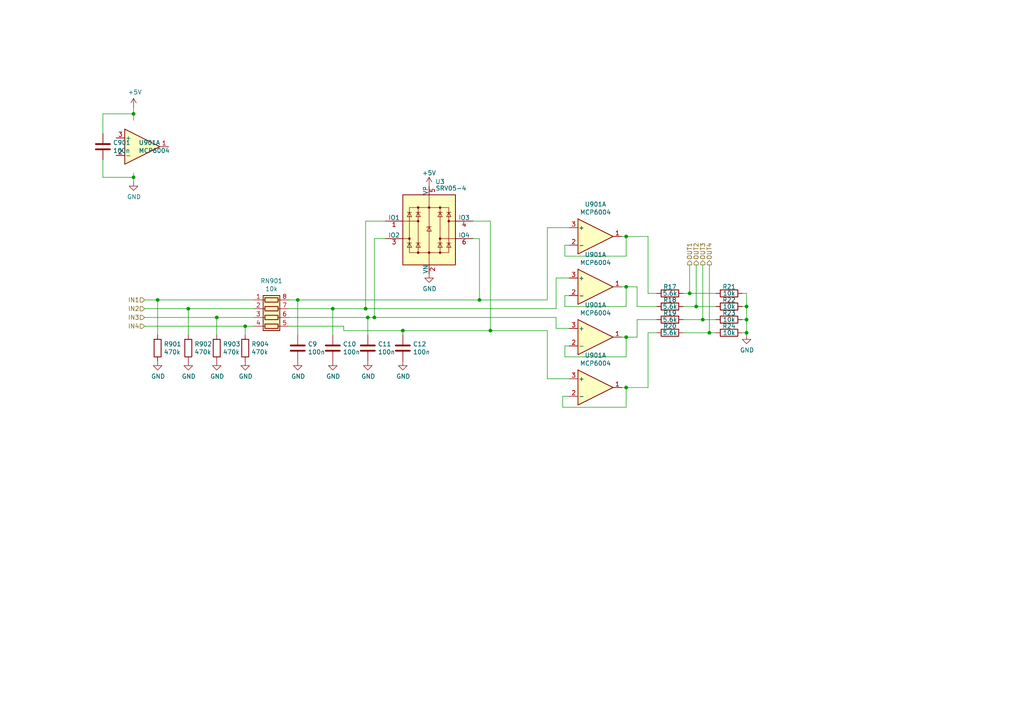
<source format=kicad_sch>
(kicad_sch (version 20211123) (generator eeschema)
  (paper "A4")
  (title_block (title "rusEfi Proteus") (date "2022-04-09") (rev "v0.7") (company "rusEFI") (comment 1 "github.com/mck1117/proteus") (comment 2 "rusefi.com/s/proteus"))
  (lib_symbols
    (symbol "Amplifier_Operational:MCP6004" (pin_names (offset 0.127))
      (property "Reference" "U" (at 0 5.08 0))
      (property "Value" "MCP6004" (at 0 -5.08 0))
      (symbol "MCP6004_1_1"
        (polyline (pts (xy -5.08 5.08) (xy 5.08 0) (xy -5.08 -5.08) (xy -5.08 5.08)) (stroke (width 0.254)) (fill (type background)))
        (pin output line (at 7.62 0 180) (length 2.54) (name "~") (number "1"))
        (pin input line (at -7.62 -2.54 0) (length 2.54) (name "-") (number "2"))
        (pin input line (at -7.62 2.54 0) (length 2.54) (name "+") (number "3"))
      )
      (symbol "MCP6004_2_1"
        (polyline (pts (xy -5.08 5.08) (xy 5.08 0) (xy -5.08 -5.08) (xy -5.08 5.08)) (stroke (width 0.254)) (fill (type background)))
        (pin input line (at -7.62 2.54 0) (length 2.54) (name "+") (number "5"))
        (pin input line (at -7.62 -2.54 0) (length 2.54) (name "-") (number "6"))
        (pin output line (at 7.62 0 180) (length 2.54) (name "~") (number "7"))
      )
      (symbol "MCP6004_3_1"
        (polyline (pts (xy -5.08 5.08) (xy 5.08 0) (xy -5.08 -5.08) (xy -5.08 5.08)) (stroke (width 0.254)) (fill (type background)))
        (pin input line (at -7.62 2.54 0) (length 2.54) (name "+") (number "10"))
        (pin output line (at 7.62 0 180) (length 2.54) (name "~") (number "8"))
        (pin input line (at -7.62 -2.54 0) (length 2.54) (name "-") (number "9"))
      )
      (symbol "MCP6004_4_1"
        (polyline (pts (xy -5.08 5.08) (xy 5.08 0) (xy -5.08 -5.08) (xy -5.08 5.08)) (stroke (width 0.254)) (fill (type background)))
        (pin input line (at -7.62 2.54 0) (length 2.54) (name "+") (number "12"))
        (pin input line (at -7.62 -2.54 0) (length 2.54) (name "-") (number "13"))
        (pin output line (at 7.62 0 180) (length 2.54) (name "~") (number "14"))
      )
      (symbol "MCP6004_5_1"
        (pin power_in line (at -2.54 -7.62 90) (length 3.81) (name "V-") (number "11"))
        (pin power_in line (at -2.54 7.62 270) (length 3.81) (name "V+") (number "4"))
      )
    )
    (symbol "Device:C" (pin_numbers hide) (pin_names (offset 0.254))
      (property "Reference" "C" (at 0.635 2.54 0))
      (property "Value" "C" (at 0.635 -2.54 0))
      (symbol "C_0_1"
        (polyline (pts (xy -2.032 -0.762) (xy 2.032 -0.762)) (stroke (width 0.508)))
        (polyline (pts (xy -2.032 0.762) (xy 2.032 0.762)) (stroke (width 0.508)))
      )
      (symbol "C_1_1"
        (pin passive line (at 0 3.81 270) (length 2.794) (name "~") (number "1"))
        (pin passive line (at 0 -3.81 90) (length 2.794) (name "~") (number "2"))
      )
    )
    (symbol "Device:R" (pin_numbers hide) (pin_names (offset 0))
      (property "Reference" "R" (at 2.032 0 90))
      (property "Value" "R" (at 0 0 90))
      (symbol "R_0_1"
        (rectangle (start -1.016 -2.54) (end 1.016 2.54) (stroke (width 0.254)))
      )
      (symbol "R_1_1"
        (pin passive line (at 0 3.81 270) (length 1.27) (name "~") (number "1"))
        (pin passive line (at 0 -3.81 90) (length 1.27) (name "~") (number "2"))
      )
    )
    (symbol "Device:R_Pack04" (pin_names (offset 0) hide)
      (property "Reference" "RN" (at -7.62 0 90))
      (property "Value" "R_Pack04" (at 5.08 0 90))
      (symbol "R_Pack04_0_1"
        (rectangle (start -6.35 -2.413) (end 3.81 2.413) (stroke (width 0.254)) (fill (type background)))
        (rectangle (start -5.715 1.905) (end -4.445 -1.905) (stroke (width 0.254)))
        (rectangle (start -3.175 1.905) (end -1.905 -1.905) (stroke (width 0.254)))
        (rectangle (start -0.635 1.905) (end 0.635 -1.905) (stroke (width 0.254)))
        (polyline (pts (xy -5.08 -2.54) (xy -5.08 -1.905)))
        (polyline (pts (xy -5.08 1.905) (xy -5.08 2.54)))
        (polyline (pts (xy -2.54 -2.54) (xy -2.54 -1.905)))
        (polyline (pts (xy -2.54 1.905) (xy -2.54 2.54)))
        (polyline (pts (xy 0 -2.54) (xy 0 -1.905)))
        (polyline (pts (xy 0 1.905) (xy 0 2.54)))
        (polyline (pts (xy 2.54 -2.54) (xy 2.54 -1.905)))
        (polyline (pts (xy 2.54 1.905) (xy 2.54 2.54)))
        (rectangle (start 1.905 1.905) (end 3.175 -1.905) (stroke (width 0.254)))
      )
      (symbol "R_Pack04_1_1"
        (pin passive line (at -5.08 -5.08 90) (length 2.54) (name "R1.1") (number "1"))
        (pin passive line (at -2.54 -5.08 90) (length 2.54) (name "R2.1") (number "2"))
        (pin passive line (at 0 -5.08 90) (length 2.54) (name "R3.1") (number "3"))
        (pin passive line (at 2.54 -5.08 90) (length 2.54) (name "R4.1") (number "4"))
        (pin passive line (at 2.54 5.08 270) (length 2.54) (name "R4.2") (number "5"))
        (pin passive line (at 0 5.08 270) (length 2.54) (name "R3.2") (number "6"))
        (pin passive line (at -2.54 5.08 270) (length 2.54) (name "R2.2") (number "7"))
        (pin passive line (at -5.08 5.08 270) (length 2.54) (name "R1.2") (number "8"))
      )
    )
    (symbol "Power_Protection:SRV05-4" (pin_names (offset 0))
      (property "Reference" "U" (at -5.08 11.43 0))
      (property "Value" "SRV05-4" (at 2.54 11.43 0))
      (symbol "SRV05-4_0_0"
        (rectangle (start -5.715 6.477) (end 5.715 -6.604))
        (polyline (pts (xy -3.175 -6.604) (xy -3.175 6.477)))
        (polyline (pts (xy 3.175 6.477) (xy 3.175 -6.604)))
      )
      (symbol "SRV05-4_0_1"
        (rectangle (start -7.62 10.16) (end 7.62 -10.16) (stroke (width 0.254)) (fill (type background)))
        (circle (center -5.715 -2.54) (radius 0.2794) (fill (type outline)))
        (circle (center -3.175 -6.604) (radius 0.2794) (fill (type outline)))
        (circle (center -3.175 2.54) (radius 0.2794) (fill (type outline)))
        (circle (center -3.175 6.477) (radius 0.2794) (fill (type outline)))
        (circle (center 0 -6.604) (radius 0.2794) (fill (type outline)))
        (polyline (pts (xy -7.747 2.54) (xy -3.175 2.54)))
        (polyline (pts (xy -7.62 -2.54) (xy -5.715 -2.54)))
        (polyline (pts (xy -5.08 -3.81) (xy -6.35 -3.81)))
        (polyline (pts (xy -5.08 5.08) (xy -6.35 5.08)))
        (polyline (pts (xy -2.54 -3.81) (xy -3.81 -3.81)))
        (polyline (pts (xy -2.54 5.08) (xy -3.81 5.08)))
        (polyline (pts (xy 0 10.16) (xy 0 -10.16)))
        (polyline (pts (xy 3.81 -3.81) (xy 2.54 -3.81)))
        (polyline (pts (xy 3.81 5.08) (xy 2.54 5.08)))
        (polyline (pts (xy 6.35 -3.81) (xy 5.08 -3.81)))
        (polyline (pts (xy 6.35 5.08) (xy 5.08 5.08)))
        (polyline (pts (xy 7.62 -2.54) (xy 3.175 -2.54)))
        (polyline (pts (xy 7.62 2.54) (xy 5.715 2.54)))
        (polyline (pts (xy 0.635 0.889) (xy -0.635 0.889) (xy -0.635 0.635)))
        (polyline (pts (xy -5.08 -5.08) (xy -6.35 -5.08) (xy -5.715 -3.81) (xy -5.08 -5.08)))
        (polyline (pts (xy -5.08 3.81) (xy -6.35 3.81) (xy -5.715 5.08) (xy -5.08 3.81)))
        (polyline (pts (xy -2.54 -5.08) (xy -3.81 -5.08) (xy -3.175 -3.81) (xy -2.54 -5.08)))
        (polyline (pts (xy -2.54 3.81) (xy -3.81 3.81) (xy -3.175 5.08) (xy -2.54 3.81)))
        (polyline (pts (xy 0.635 -0.381) (xy -0.635 -0.381) (xy 0 0.889) (xy 0.635 -0.381)))
        (polyline (pts (xy 3.81 -5.08) (xy 2.54 -5.08) (xy 3.175 -3.81) (xy 3.81 -5.08)))
        (polyline (pts (xy 3.81 3.81) (xy 2.54 3.81) (xy 3.175 5.08) (xy 3.81 3.81)))
        (polyline (pts (xy 6.35 -5.08) (xy 5.08 -5.08) (xy 5.715 -3.81) (xy 6.35 -5.08)))
        (polyline (pts (xy 6.35 3.81) (xy 5.08 3.81) (xy 5.715 5.08) (xy 6.35 3.81)))
        (circle (center 0 6.477) (radius 0.2794) (fill (type outline)))
        (circle (center 3.175 -6.604) (radius 0.2794) (fill (type outline)))
        (circle (center 3.175 -2.54) (radius 0.2794) (fill (type outline)))
        (circle (center 3.175 6.477) (radius 0.2794) (fill (type outline)))
        (circle (center 5.715 2.54) (radius 0.2794) (fill (type outline)))
      )
      (symbol "SRV05-4_1_1"
        (pin passive line (at -12.7 2.54 0) (length 5.08) (name "IO1") (number "1"))
        (pin passive line (at 0 -12.7 90) (length 2.54) (name "VN") (number "2"))
        (pin passive line (at -12.7 -2.54 0) (length 5.08) (name "IO2") (number "3"))
        (pin passive line (at 12.7 2.54 180) (length 5.08) (name "IO3") (number "4"))
        (pin passive line (at 0 12.7 270) (length 2.54) (name "VP") (number "5"))
        (pin passive line (at 12.7 -2.54 180) (length 5.08) (name "IO4") (number "6"))
      )
    )
    (symbol "power:+5V" (power) (pin_names (offset 0))
      (property "Value" "+5V" (at 0 3.556 0))
      (symbol "+5V_0_1"
        (polyline (pts (xy -0.762 1.27) (xy 0 2.54)))
        (polyline (pts (xy 0 0) (xy 0 2.54)))
        (polyline (pts (xy 0 2.54) (xy 0.762 1.27)))
      )
      (symbol "+5V_1_1"
        (pin power_in line (at 0 0 90) (length 0) hide (name "+5V") (number "1"))
      )
    )
    (symbol "power:GND" (power) (pin_names (offset 0))
      (property "Value" "GND" (at 0 -3.81 0))
      (symbol "GND_0_1"
        (polyline (pts (xy 0 0) (xy 0 -1.27) (xy 1.27 -1.27) (xy 0 -2.54) (xy -1.27 -1.27) (xy 0 -1.27)))
      )
      (symbol "GND_1_1"
        (pin power_in line (at 0 0 270) (length 0) hide (name "GND") (number "1"))
      )
    )
  )
  (junction (at 54.61 89.535))
  (junction (at 139.065 86.995))
  (junction (at 203.835 92.71))
  (junction (at 106.68 92.075))
  (junction (at 181.61 68.58))
  (junction (at 142.24 95.885))
  (junction (at 201.93 88.9))
  (junction (at 181.61 112.395))
  (junction (at 216.535 96.52))
  (junction (at 86.36 86.995))
  (junction (at 116.84 95.885))
  (junction (at 205.74 96.52))
  (junction (at 38.735 33.02))
  (junction (at 181.61 97.79))
  (junction (at 71.12 94.615))
  (junction (at 38.735 51.435))
  (junction (at 62.865 92.075))
  (junction (at 108.585 92.075))
  (junction (at 106.045 89.535))
  (junction (at 216.535 88.9))
  (junction (at 181.61 83.185))
  (junction (at 45.72 86.995))
  (junction (at 216.535 92.71))
  (junction (at 96.52 89.535))
  (junction (at 200.025 85.09))
  (wire (pts (xy 216.535 92.71) (xy 215.265 92.71)))
  (wire (pts (xy 216.535 96.52) (xy 216.535 92.71)))
  (wire (pts (xy 184.785 83.185) (xy 184.785 88.9)))
  (wire (pts (xy 207.645 88.9) (xy 201.93 88.9)))
  (wire (pts (xy 181.61 88.9) (xy 181.61 83.185)))
  (wire (pts (xy 165.1 80.645) (xy 161.29 80.645)))
  (wire (pts (xy 203.835 92.71) (xy 207.645 92.71)))
  (wire (pts (xy 187.96 112.395) (xy 181.61 112.395)))
  (wire (pts (xy 163.83 85.725) (xy 163.83 88.9)))
  (wire (pts (xy 99.695 94.615) (xy 99.695 95.885)))
  (wire (pts (xy 201.93 88.9) (xy 198.12 88.9)))
  (wire (pts (xy 71.12 97.155) (xy 71.12 94.615)))
  (wire (pts (xy 190.5 85.09) (xy 187.96 85.09)))
  (wire (pts (xy 181.61 68.58) (xy 180.34 68.58)))
  (wire (pts (xy 83.82 92.075) (xy 106.68 92.075)))
  (wire (pts (xy 38.735 52.705) (xy 38.735 51.435)))
  (wire (pts (xy 106.045 89.535) (xy 161.29 89.535)))
  (wire (pts (xy 198.12 85.09) (xy 200.025 85.09)))
  (wire (pts (xy 38.735 51.435) (xy 38.735 50.165)))
  (wire (pts (xy 161.29 92.075) (xy 161.29 95.25)))
  (wire (pts (xy 181.61 74.295) (xy 181.61 68.58)))
  (wire (pts (xy 163.195 114.935) (xy 163.195 118.11)))
  (wire (pts (xy 205.74 96.52) (xy 198.12 96.52)))
  (wire (pts (xy 41.91 86.995) (xy 45.72 86.995)))
  (wire (pts (xy 161.29 95.25) (xy 165.1 95.25)))
  (wire (pts (xy 181.61 112.395) (xy 180.34 112.395)))
  (wire (pts (xy 187.96 68.58) (xy 181.61 68.58)))
  (wire (pts (xy 142.24 95.885) (xy 158.75 95.885)))
  (wire (pts (xy 158.75 86.995) (xy 158.75 66.04)))
  (wire (pts (xy 54.61 89.535) (xy 41.91 89.535)))
  (wire (pts (xy 71.12 94.615) (xy 41.91 94.615)))
  (wire (pts (xy 163.83 71.12) (xy 163.83 74.295)))
  (wire (pts (xy 158.75 109.855) (xy 165.1 109.855)))
  (wire (pts (xy 181.61 97.79) (xy 184.785 97.79)))
  (wire (pts (xy 71.12 94.615) (xy 73.66 94.615)))
  (wire (pts (xy 45.72 86.995) (xy 45.72 97.155)))
  (wire (pts (xy 216.535 96.52) (xy 215.265 96.52)))
  (wire (pts (xy 181.61 118.11) (xy 181.61 112.395)))
  (wire (pts (xy 216.535 88.9) (xy 215.265 88.9)))
  (wire (pts (xy 106.68 92.075) (xy 108.585 92.075)))
  (wire (pts (xy 106.045 64.135) (xy 106.045 89.535)))
  (wire (pts (xy 62.865 92.075) (xy 62.865 97.155)))
  (wire (pts (xy 200.025 85.09) (xy 200.025 76.835)))
  (wire (pts (xy 73.66 92.075) (xy 62.865 92.075)))
  (wire (pts (xy 108.585 69.215) (xy 108.585 92.075)))
  (wire (pts (xy 187.96 96.52) (xy 187.96 112.395)))
  (wire (pts (xy 181.61 83.185) (xy 184.785 83.185)))
  (wire (pts (xy 163.195 118.11) (xy 181.61 118.11)))
  (wire (pts (xy 38.735 51.435) (xy 29.845 51.435)))
  (wire (pts (xy 198.12 92.71) (xy 203.835 92.71)))
  (wire (pts (xy 99.695 95.885) (xy 116.84 95.885)))
  (wire (pts (xy 181.61 103.505) (xy 181.61 97.79)))
  (wire (pts (xy 137.16 64.135) (xy 142.24 64.135)))
  (wire (pts (xy 184.785 88.9) (xy 190.5 88.9)))
  (wire (pts (xy 86.36 86.995) (xy 83.82 86.995)))
  (wire (pts (xy 38.735 31.115) (xy 38.735 33.02)))
  (wire (pts (xy 139.065 86.995) (xy 158.75 86.995)))
  (wire (pts (xy 54.61 97.155) (xy 54.61 89.535)))
  (wire (pts (xy 45.72 86.995) (xy 73.66 86.995)))
  (wire (pts (xy 96.52 89.535) (xy 96.52 97.155)))
  (wire (pts (xy 38.735 33.02) (xy 38.735 34.925)))
  (wire (pts (xy 29.845 33.02) (xy 38.735 33.02)))
  (wire (pts (xy 216.535 92.71) (xy 216.535 88.9)))
  (wire (pts (xy 207.645 96.52) (xy 205.74 96.52)))
  (wire (pts (xy 158.75 95.885) (xy 158.75 109.855)))
  (wire (pts (xy 29.845 38.735) (xy 29.845 33.02)))
  (wire (pts (xy 200.025 85.09) (xy 207.645 85.09)))
  (wire (pts (xy 161.29 80.645) (xy 161.29 89.535)))
  (wire (pts (xy 86.36 97.155) (xy 86.36 86.995)))
  (wire (pts (xy 108.585 92.075) (xy 161.29 92.075)))
  (wire (pts (xy 137.16 69.215) (xy 139.065 69.215)))
  (wire (pts (xy 184.785 97.79) (xy 184.785 92.71)))
  (wire (pts (xy 41.91 92.075) (xy 62.865 92.075)))
  (wire (pts (xy 54.61 89.535) (xy 73.66 89.535)))
  (wire (pts (xy 139.065 69.215) (xy 139.065 86.995)))
  (wire (pts (xy 165.1 71.12) (xy 163.83 71.12)))
  (wire (pts (xy 106.68 92.075) (xy 106.68 97.155)))
  (wire (pts (xy 163.83 100.33) (xy 163.83 103.505)))
  (wire (pts (xy 83.82 94.615) (xy 99.695 94.615)))
  (wire (pts (xy 111.76 64.135) (xy 106.045 64.135)))
  (wire (pts (xy 165.1 85.725) (xy 163.83 85.725)))
  (wire (pts (xy 96.52 89.535) (xy 106.045 89.535)))
  (wire (pts (xy 163.83 88.9) (xy 181.61 88.9)))
  (wire (pts (xy 215.265 85.09) (xy 216.535 85.09)))
  (wire (pts (xy 201.93 76.835) (xy 201.93 88.9)))
  (wire (pts (xy 205.74 96.52) (xy 205.74 76.835)))
  (wire (pts (xy 165.1 114.935) (xy 163.195 114.935)))
  (wire (pts (xy 29.845 51.435) (xy 29.845 46.355)))
  (wire (pts (xy 203.835 76.835) (xy 203.835 92.71)))
  (wire (pts (xy 181.61 83.185) (xy 180.34 83.185)))
  (wire (pts (xy 187.96 85.09) (xy 187.96 68.58)))
  (wire (pts (xy 163.83 103.505) (xy 181.61 103.505)))
  (wire (pts (xy 181.61 97.79) (xy 180.34 97.79)))
  (wire (pts (xy 216.535 97.155) (xy 216.535 96.52)))
  (wire (pts (xy 158.75 66.04) (xy 165.1 66.04)))
  (wire (pts (xy 116.84 95.885) (xy 142.24 95.885)))
  (wire (pts (xy 116.84 97.155) (xy 116.84 95.885)))
  (wire (pts (xy 165.1 100.33) (xy 163.83 100.33)))
  (wire (pts (xy 83.82 89.535) (xy 96.52 89.535)))
  (wire (pts (xy 184.785 92.71) (xy 190.5 92.71)))
  (wire (pts (xy 111.76 69.215) (xy 108.585 69.215)))
  (wire (pts (xy 163.83 74.295) (xy 181.61 74.295)))
  (wire (pts (xy 86.36 86.995) (xy 139.065 86.995)))
  (wire (pts (xy 190.5 96.52) (xy 187.96 96.52)))
  (wire (pts (xy 142.24 64.135) (xy 142.24 95.885)))
  (wire (pts (xy 216.535 85.09) (xy 216.535 88.9)))
  (hierarchical_label "OUT1" (shape output) (at 200.025 76.835 90))
  (hierarchical_label "OUT4" (shape output) (at 205.74 76.835 90))
  (hierarchical_label "OUT2" (shape output) (at 201.93 76.835 90))
  (hierarchical_label "IN2" (shape input) (at 41.91 89.535 180))
  (hierarchical_label "OUT3" (shape output) (at 203.835 76.835 90))
  (hierarchical_label "IN3" (shape input) (at 41.91 92.075 180))
  (hierarchical_label "IN1" (shape input) (at 41.91 86.995 180))
  (hierarchical_label "IN4" (shape input) (at 41.91 94.615 180))
  (symbol (lib_id "Amplifier_Operational:MCP6004") (at 172.72 68.58 0)
    (property "Reference" "U901" (at 172.72 59.2582 0))
    (property "Value" "MCP6004" (at 172.72 61.5696 0))
    (property "Footprint" "Package_SO:TSSOP-14_4.4x5mm_P0.65mm" (effects hide))
    (property "Datasheet" "http://ww1.microchip.com/downloads/en/DeviceDoc/21733j.pdf" (effects hide))
    (property "PN" "MCP6004T-I/ST" (effects hide))
    (property "LCSC" "C50282" (effects hide))
    (property "LCSC_ext" "1" (effects hide))
    (property "possible_not_ext" "1" (effects hide))
  )
  (symbol (lib_id "Amplifier_Operational:MCP6004") (at 172.72 83.185 0)
    (property "Reference" "U901" (at 172.72 73.8632 0))
    (property "Value" "MCP6004" (at 172.72 76.1746 0))
    (property "Footprint" "Package_SO:TSSOP-14_4.4x5mm_P0.65mm" (effects hide))
    (property "Datasheet" "http://ww1.microchip.com/downloads/en/DeviceDoc/21733j.pdf" (effects hide))
    (property "PN" "MCP6004T-I/ST" (effects hide))
    (property "LCSC" "C50282" (effects hide))
    (property "LCSC_ext" "1" (effects hide))
    (property "possible_not_ext" "1" (effects hide))
  )
  (symbol (lib_id "Amplifier_Operational:MCP6004") (at 172.72 97.79 0)
    (property "Reference" "U901" (at 172.72 88.4682 0))
    (property "Value" "MCP6004" (at 172.72 90.7796 0))
    (property "Footprint" "Package_SO:TSSOP-14_4.4x5mm_P0.65mm" (effects hide))
    (property "Datasheet" "http://ww1.microchip.com/downloads/en/DeviceDoc/21733j.pdf" (effects hide))
    (property "PN" "MCP6004T-I/ST" (effects hide))
    (property "LCSC" "C50282" (effects hide))
    (property "LCSC_ext" "1" (effects hide))
    (property "possible_not_ext" "1" (effects hide))
  )
  (symbol (lib_id "Amplifier_Operational:MCP6004") (at 172.72 112.395 0)
    (property "Reference" "U901" (at 172.72 103.0732 0))
    (property "Value" "MCP6004" (at 172.72 105.3846 0))
    (property "Footprint" "Package_SO:TSSOP-14_4.4x5mm_P0.65mm" (effects hide))
    (property "Datasheet" "http://ww1.microchip.com/downloads/en/DeviceDoc/21733j.pdf" (effects hide))
    (property "PN" "MCP6004T-I/ST" (effects hide))
    (property "LCSC" "C50282" (effects hide))
    (property "LCSC_ext" "1" (effects hide))
    (property "possible_not_ext" "1" (effects hide))
  )
  (symbol (lib_id "Device:R") (at 54.61 100.965 0)
    (property "Reference" "R902" (at 56.388 99.7966 0) (effects (justify left)))
    (property "Value" "470k" (at 56.388 102.108 0) (effects (justify left)))
    (property "Footprint" "Resistor_SMD:R_0402_1005Metric" (effects hide))
    (property "LCSC" "C25790" (effects hide))
    (property "LCSC_ext" "0" (effects hide))
  )
  (symbol (lib_id "Device:R") (at 62.865 100.965 0)
    (property "Reference" "R903" (at 64.643 99.7966 0) (effects (justify left)))
    (property "Value" "470k" (at 64.643 102.108 0) (effects (justify left)))
    (property "Footprint" "Resistor_SMD:R_0402_1005Metric" (effects hide))
    (property "LCSC" "C25790" (effects hide))
    (property "LCSC_ext" "0" (effects hide))
  )
  (symbol (lib_id "Device:R") (at 71.12 100.965 0)
    (property "Reference" "R904" (at 72.898 99.7966 0) (effects (justify left)))
    (property "Value" "470k" (at 72.898 102.108 0) (effects (justify left)))
    (property "Footprint" "Resistor_SMD:R_0402_1005Metric" (effects hide))
    (property "LCSC" "C25790" (effects hide))
    (property "LCSC_ext" "0" (effects hide))
  )
  (symbol (lib_id "power:GND") (at 45.72 104.775 0)
    (property "Reference" "#PWR0906" (effects hide))
    (property "Value" "GND" (at 45.847 109.1692 0))
  )
  (symbol (lib_id "power:GND") (at 54.61 104.775 0)
    (property "Reference" "#PWR0907" (effects hide))
    (property "Value" "GND" (at 54.737 109.1692 0))
  )
  (symbol (lib_id "power:GND") (at 62.865 104.775 0)
    (property "Reference" "#PWR0908" (effects hide))
    (property "Value" "GND" (at 62.992 109.1692 0))
  )
  (symbol (lib_id "power:GND") (at 71.12 104.775 0)
    (property "Reference" "#PWR0909" (effects hide))
    (property "Value" "GND" (at 71.247 109.1692 0))
  )
  (symbol (lib_id "power:GND") (at 86.36 104.775 0)
    (property "Reference" "#PWR0910" (effects hide))
    (property "Value" "GND" (at 86.487 109.1692 0))
  )
  (symbol (lib_id "power:GND") (at 96.52 104.775 0)
    (property "Reference" "#PWR0911" (effects hide))
    (property "Value" "GND" (at 96.647 109.1692 0))
  )
  (symbol (lib_id "Amplifier_Operational:MCP6004") (at 41.275 42.545 0)
    (property "Reference" "U901" (at 40.2082 41.3766 0) (effects (justify left)))
    (property "Value" "MCP6004" (at 40.2082 43.688 0) (effects (justify left)))
    (property "Footprint" "Package_SO:TSSOP-14_4.4x5mm_P0.65mm" (effects hide))
    (property "Datasheet" "http://ww1.microchip.com/downloads/en/DeviceDoc/21733j.pdf" (effects hide))
    (property "PN" "MCP6004T-I/ST" (effects hide))
    (property "LCSC" "C50282" (effects hide))
    (property "LCSC_ext" "1" (effects hide))
    (property "possible_not_ext" "1" (effects hide))
  )
  (symbol (lib_id "Device:R_Pack04") (at 78.74 92.075 270)
    (property "Reference" "RN901" (at 78.74 81.4832 90))
    (property "Value" "10k" (at 78.74 83.7946 90))
    (property "Footprint" "Resistor_SMD:R_Array_Convex_4x0603" (effects hide))
    (property "PN" "CAT16-1002F4LF" (effects hide))
    (property "LCSC" "C29718" (effects hide))
    (property "LCSC_ext" "0" (effects hide))
  )
  (symbol (lib_id "Device:R") (at 45.72 100.965 0)
    (property "Reference" "R901" (at 47.498 99.7966 0) (effects (justify left)))
    (property "Value" "470k" (at 47.498 102.108 0) (effects (justify left)))
    (property "Footprint" "Resistor_SMD:R_0402_1005Metric" (effects hide))
    (property "LCSC" "C25790" (effects hide))
    (property "LCSC_ext" "0" (effects hide))
  )
  (symbol (lib_id "Device:C") (at 29.845 42.545 0)
    (property "Reference" "C901" (at 32.766 41.3766 0) (effects (justify left)))
    (property "Value" "100n" (at 32.766 43.688 0) (effects (justify left)))
    (property "Footprint" "Capacitor_SMD:C_0603_1608Metric" (effects hide))
    (property "LCSC" "C14663" (effects hide))
    (property "LCSC_ext" "0" (effects hide))
  )
  (symbol (lib_id "power:GND") (at 38.735 52.705 0)
    (property "Reference" "#PWR0902" (effects hide))
    (property "Value" "GND" (at 38.862 57.0992 0))
  )
  (symbol (lib_id "power:GND") (at 106.68 104.775 0)
    (property "Reference" "#PWR0912" (effects hide))
    (property "Value" "GND" (at 106.807 109.1692 0))
  )
  (symbol (lib_id "power:GND") (at 116.84 104.775 0)
    (property "Reference" "#PWR0913" (effects hide))
    (property "Value" "GND" (at 116.967 109.1692 0))
  )
  (symbol (lib_id "power:GND") (at 216.535 97.155 0)
    (property "Reference" "#PWR0905" (effects hide))
    (property "Value" "GND" (at 216.662 101.5492 0))
  )
  (symbol (lib_id "power:+5V") (at 38.735 31.115 0)
    (property "Reference" "#PWR0214" (effects hide))
    (property "Value" "+5V" (at 39.116 26.7208 0))
  )
  (symbol (lib_id "Device:R") (at 194.31 85.09 270)
    (property "Reference" "R17" (at 194.31 83.185 90))
    (property "Value" "5.6k" (at 194.31 85.09 90))
    (property "Footprint" "Resistor_SMD:R_0402_1005Metric" (effects hide))
    (property "LCSC" "C25908" (effects hide))
    (property "LCSC_ext" "0" (effects hide))
  )
  (symbol (lib_id "Device:R") (at 194.31 88.9 270)
    (property "Reference" "R18" (at 194.31 86.995 90))
    (property "Value" "5.6k" (at 194.31 88.9 90))
    (property "Footprint" "Resistor_SMD:R_0402_1005Metric" (effects hide))
    (property "LCSC" "C25908" (effects hide))
    (property "LCSC_ext" "0" (effects hide))
  )
  (symbol (lib_id "Device:R") (at 194.31 92.71 270)
    (property "Reference" "R19" (at 194.31 90.805 90))
    (property "Value" "5.6k" (at 194.31 92.71 90))
    (property "Footprint" "Resistor_SMD:R_0402_1005Metric" (effects hide))
    (property "LCSC" "C25908" (effects hide))
    (property "LCSC_ext" "0" (effects hide))
  )
  (symbol (lib_id "Device:R") (at 194.31 96.52 270)
    (property "Reference" "R20" (at 194.31 94.615 90))
    (property "Value" "5.6k" (at 194.31 96.52 90))
    (property "Footprint" "Resistor_SMD:R_0402_1005Metric" (effects hide))
    (property "LCSC" "C25908" (effects hide))
    (property "LCSC_ext" "0" (effects hide))
  )
  (symbol (lib_id "Device:R") (at 211.455 85.09 270)
    (property "Reference" "R21" (at 211.455 83.185 90))
    (property "Value" "10k" (at 211.455 85.09 90))
    (property "Footprint" "Resistor_SMD:R_0402_1005Metric" (effects hide))
    (property "LCSC" "C25744" (effects hide))
    (property "LCSC_ext" "0" (effects hide))
  )
  (symbol (lib_id "Device:R") (at 211.455 88.9 270)
    (property "Reference" "R22" (at 211.455 86.995 90))
    (property "Value" "10k" (at 211.455 88.9 90))
    (property "Footprint" "Resistor_SMD:R_0402_1005Metric" (effects hide))
    (property "LCSC" "C25744" (effects hide))
    (property "LCSC_ext" "0" (effects hide))
  )
  (symbol (lib_id "Device:R") (at 211.455 92.71 270)
    (property "Reference" "R23" (at 211.455 90.805 90))
    (property "Value" "10k" (at 211.455 92.71 90))
    (property "Footprint" "Resistor_SMD:R_0402_1005Metric" (effects hide))
    (property "LCSC" "C25744" (effects hide))
    (property "LCSC_ext" "0" (effects hide))
  )
  (symbol (lib_id "Device:R") (at 211.455 96.52 270)
    (property "Reference" "R24" (at 211.455 94.615 90))
    (property "Value" "10k" (at 211.455 96.52 90))
    (property "Footprint" "Resistor_SMD:R_0402_1005Metric" (effects hide))
    (property "LCSC" "C25744" (effects hide))
    (property "LCSC_ext" "0" (effects hide))
  )
  (symbol (lib_id "Device:C") (at 86.36 100.965 0)
    (property "Reference" "C9" (at 89.281 99.7966 0) (effects (justify left)))
    (property "Value" "100n" (at 89.281 102.108 0) (effects (justify left)))
    (property "Footprint" "Capacitor_SMD:C_0402_1005Metric" (effects hide))
    (property "LCSC" "C1525" (effects hide))
    (property "LCSC_ext" "0" (effects hide))
  )
  (symbol (lib_id "Device:C") (at 96.52 100.965 0)
    (property "Reference" "C10" (at 99.441 99.7966 0) (effects (justify left)))
    (property "Value" "100n" (at 99.441 102.108 0) (effects (justify left)))
    (property "Footprint" "Capacitor_SMD:C_0402_1005Metric" (effects hide))
    (property "LCSC" "C1525" (effects hide))
    (property "LCSC_ext" "0" (effects hide))
  )
  (symbol (lib_id "Device:C") (at 106.68 100.965 0)
    (property "Reference" "C11" (at 109.601 99.7966 0) (effects (justify left)))
    (property "Value" "100n" (at 109.601 102.108 0) (effects (justify left)))
    (property "Footprint" "Capacitor_SMD:C_0402_1005Metric" (effects hide))
    (property "LCSC" "C1525" (effects hide))
    (property "LCSC_ext" "0" (effects hide))
  )
  (symbol (lib_id "Device:C") (at 116.84 100.965 0)
    (property "Reference" "C12" (at 119.761 99.7966 0) (effects (justify left)))
    (property "Value" "100n" (at 119.761 102.108 0) (effects (justify left)))
    (property "Footprint" "Capacitor_SMD:C_0402_1005Metric" (effects hide))
    (property "LCSC" "C1525" (effects hide))
    (property "LCSC_ext" "0" (effects hide))
  )
  (symbol (lib_id "Power_Protection:SRV05-4") (at 124.46 66.675 0)
    (property "Reference" "U3" (at 127.635 52.705 0))
    (property "Value" "SRV05-4" (at 130.81 54.61 0))
    (property "Footprint" "Package_TO_SOT_SMD:SOT-23-6" (effects hide))
    (property "Datasheet" "http://www.onsemi.com/pub/Collateral/SRV05-4-D.PDF" (effects hide))
    (property "LCSC" "C85364" (effects hide))
    (property "LCSC_ext" "0" (effects hide))
  )
  (symbol (lib_id "power:GND") (at 124.46 79.375 0)
    (property "Reference" "#PWR0270" (effects hide))
    (property "Value" "GND" (at 124.587 83.7692 0))
  )
  (symbol (lib_id "power:+5V") (at 124.46 53.975 0)
    (property "Reference" "#PWR0271" (effects hide))
    (property "Value" "+5V" (at 124.46 50.165 0))
  )
)
</source>
